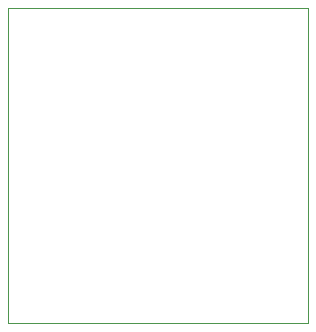
<source format=gm1>
G04 #@! TF.GenerationSoftware,KiCad,Pcbnew,6.0.6*
G04 #@! TF.CreationDate,2022-07-10T21:03:59+02:00*
G04 #@! TF.ProjectId,radio_board,72616469-6f5f-4626-9f61-72642e6b6963,rev?*
G04 #@! TF.SameCoordinates,Original*
G04 #@! TF.FileFunction,Profile,NP*
%FSLAX46Y46*%
G04 Gerber Fmt 4.6, Leading zero omitted, Abs format (unit mm)*
G04 Created by KiCad (PCBNEW 6.0.6) date 2022-07-10 21:03:59*
%MOMM*%
%LPD*%
G01*
G04 APERTURE LIST*
G04 #@! TA.AperFunction,Profile*
%ADD10C,0.100000*%
G04 #@! TD*
G04 APERTURE END LIST*
D10*
X153670000Y-88265000D02*
X179070000Y-88265000D01*
X179070000Y-88265000D02*
X179070000Y-114935000D01*
X179070000Y-114935000D02*
X153670000Y-114935000D01*
X153670000Y-114935000D02*
X153670000Y-88265000D01*
M02*

</source>
